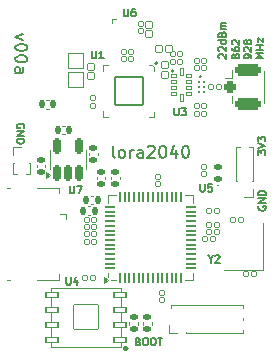
<source format=gto>
G04 #@! TF.GenerationSoftware,KiCad,Pcbnew,8.0.3*
G04 #@! TF.CreationDate,2024-06-18T15:01:00-07:00*
G04 #@! TF.ProjectId,lora2040,6c6f7261-3230-4343-902e-6b696361645f,rev?*
G04 #@! TF.SameCoordinates,Original*
G04 #@! TF.FileFunction,Legend,Top*
G04 #@! TF.FilePolarity,Positive*
%FSLAX46Y46*%
G04 Gerber Fmt 4.6, Leading zero omitted, Abs format (unit mm)*
G04 Created by KiCad (PCBNEW 8.0.3) date 2024-06-18 15:01:00*
%MOMM*%
%LPD*%
G01*
G04 APERTURE LIST*
G04 Aperture macros list*
%AMRoundRect*
0 Rectangle with rounded corners*
0 $1 Rounding radius*
0 $2 $3 $4 $5 $6 $7 $8 $9 X,Y pos of 4 corners*
0 Add a 4 corners polygon primitive as box body*
4,1,4,$2,$3,$4,$5,$6,$7,$8,$9,$2,$3,0*
0 Add four circle primitives for the rounded corners*
1,1,$1+$1,$2,$3*
1,1,$1+$1,$4,$5*
1,1,$1+$1,$6,$7*
1,1,$1+$1,$8,$9*
0 Add four rect primitives between the rounded corners*
20,1,$1+$1,$2,$3,$4,$5,0*
20,1,$1+$1,$4,$5,$6,$7,0*
20,1,$1+$1,$6,$7,$8,$9,0*
20,1,$1+$1,$8,$9,$2,$3,0*%
G04 Aperture macros list end*
%ADD10C,0.177800*%
%ADD11C,0.127000*%
%ADD12C,0.163500*%
%ADD13C,0.120000*%
%ADD14C,0.151600*%
%ADD15C,0.100000*%
%ADD16C,0.250000*%
%ADD17C,0.190500*%
%ADD18C,0.152400*%
%ADD19RoundRect,0.025000X-0.175000X0.175000X-0.175000X-0.175000X0.175000X-0.175000X0.175000X0.175000X0*%
%ADD20RoundRect,0.025000X0.175000X-0.175000X0.175000X0.175000X-0.175000X0.175000X-0.175000X-0.175000X0*%
%ADD21RoundRect,0.025000X-0.250000X0.125000X-0.250000X-0.125000X0.250000X-0.125000X0.250000X0.125000X0*%
%ADD22RoundRect,0.025000X-0.150000X-0.300000X0.150000X-0.300000X0.150000X0.300000X-0.150000X0.300000X0*%
%ADD23RoundRect,0.140000X-0.170000X0.140000X-0.170000X-0.140000X0.170000X-0.140000X0.170000X0.140000X0*%
%ADD24R,0.850000X0.850000*%
%ADD25O,0.850000X0.850000*%
%ADD26RoundRect,0.025000X0.175000X0.175000X-0.175000X0.175000X-0.175000X-0.175000X0.175000X-0.175000X0*%
%ADD27RoundRect,0.025000X-0.275000X0.275000X-0.275000X-0.275000X0.275000X-0.275000X0.275000X0.275000X0*%
%ADD28RoundRect,0.140000X-0.140000X-0.170000X0.140000X-0.170000X0.140000X0.170000X-0.140000X0.170000X0*%
%ADD29RoundRect,0.250000X-0.275000X-0.250000X0.275000X-0.250000X0.275000X0.250000X-0.275000X0.250000X0*%
%ADD30RoundRect,0.250000X-0.850000X-0.275000X0.850000X-0.275000X0.850000X0.275000X-0.850000X0.275000X0*%
%ADD31RoundRect,0.140000X0.170000X-0.140000X0.170000X0.140000X-0.170000X0.140000X-0.170000X-0.140000X0*%
%ADD32RoundRect,0.062500X-0.062500X-0.062500X0.062500X-0.062500X0.062500X0.062500X-0.062500X0.062500X0*%
%ADD33R,0.800000X0.900000*%
%ADD34R,1.200000X1.400000*%
%ADD35RoundRect,0.025000X0.275000X-0.275000X0.275000X0.275000X-0.275000X0.275000X-0.275000X-0.275000X0*%
%ADD36RoundRect,0.063500X0.525000X0.225000X-0.525000X0.225000X-0.525000X-0.225000X0.525000X-0.225000X0*%
%ADD37RoundRect,0.063500X-1.050000X1.050000X-1.050000X-1.050000X1.050000X-1.050000X1.050000X1.050000X0*%
%ADD38RoundRect,0.025000X-0.175000X-0.175000X0.175000X-0.175000X0.175000X0.175000X-0.175000X0.175000X0*%
%ADD39RoundRect,0.140000X0.140000X0.170000X-0.140000X0.170000X-0.140000X-0.170000X0.140000X-0.170000X0*%
%ADD40RoundRect,0.025000X-0.275000X-0.275000X0.275000X-0.275000X0.275000X0.275000X-0.275000X0.275000X0*%
%ADD41RoundRect,0.050000X0.650000X-0.650000X0.650000X0.650000X-0.650000X0.650000X-0.650000X-0.650000X0*%
%ADD42RoundRect,0.135000X0.185000X-0.135000X0.185000X0.135000X-0.185000X0.135000X-0.185000X-0.135000X0*%
%ADD43RoundRect,0.050000X0.050000X-0.387500X0.050000X0.387500X-0.050000X0.387500X-0.050000X-0.387500X0*%
%ADD44RoundRect,0.050000X0.387500X-0.050000X0.387500X0.050000X-0.387500X0.050000X-0.387500X-0.050000X0*%
%ADD45R,3.200000X3.200000*%
%ADD46RoundRect,0.025000X-0.247487X0.000000X0.000000X-0.247487X0.247487X0.000000X0.000000X0.247487X0*%
%ADD47R,1.350000X0.400000*%
%ADD48O,1.900000X1.200000*%
%ADD49R,1.900000X1.200000*%
%ADD50C,1.450000*%
%ADD51R,1.900000X1.500000*%
%ADD52O,0.400000X0.900000*%
%ADD53O,0.900000X0.400000*%
%ADD54RoundRect,0.062500X-1.187500X1.187500X-1.187500X-1.187500X1.187500X-1.187500X1.187500X1.187500X0*%
%ADD55RoundRect,0.135000X-0.185000X0.135000X-0.185000X-0.135000X0.185000X-0.135000X0.185000X0.135000X0*%
%ADD56RoundRect,0.150000X0.150000X-0.512500X0.150000X0.512500X-0.150000X0.512500X-0.150000X-0.512500X0*%
%ADD57RoundRect,0.147500X0.172500X-0.147500X0.172500X0.147500X-0.172500X0.147500X-0.172500X-0.147500X0*%
G04 APERTURE END LIST*
D10*
X141884400Y-95202774D02*
X141787638Y-95154394D01*
X141787638Y-95154394D02*
X141739257Y-95057632D01*
X141739257Y-95057632D02*
X141739257Y-94186774D01*
X142416590Y-95202774D02*
X142319828Y-95154394D01*
X142319828Y-95154394D02*
X142271447Y-95106013D01*
X142271447Y-95106013D02*
X142223066Y-95009251D01*
X142223066Y-95009251D02*
X142223066Y-94718965D01*
X142223066Y-94718965D02*
X142271447Y-94622203D01*
X142271447Y-94622203D02*
X142319828Y-94573822D01*
X142319828Y-94573822D02*
X142416590Y-94525441D01*
X142416590Y-94525441D02*
X142561733Y-94525441D01*
X142561733Y-94525441D02*
X142658495Y-94573822D01*
X142658495Y-94573822D02*
X142706876Y-94622203D01*
X142706876Y-94622203D02*
X142755257Y-94718965D01*
X142755257Y-94718965D02*
X142755257Y-95009251D01*
X142755257Y-95009251D02*
X142706876Y-95106013D01*
X142706876Y-95106013D02*
X142658495Y-95154394D01*
X142658495Y-95154394D02*
X142561733Y-95202774D01*
X142561733Y-95202774D02*
X142416590Y-95202774D01*
X143190685Y-95202774D02*
X143190685Y-94525441D01*
X143190685Y-94718965D02*
X143239066Y-94622203D01*
X143239066Y-94622203D02*
X143287447Y-94573822D01*
X143287447Y-94573822D02*
X143384209Y-94525441D01*
X143384209Y-94525441D02*
X143480971Y-94525441D01*
X144255066Y-95202774D02*
X144255066Y-94670584D01*
X144255066Y-94670584D02*
X144206685Y-94573822D01*
X144206685Y-94573822D02*
X144109923Y-94525441D01*
X144109923Y-94525441D02*
X143916399Y-94525441D01*
X143916399Y-94525441D02*
X143819637Y-94573822D01*
X144255066Y-95154394D02*
X144158304Y-95202774D01*
X144158304Y-95202774D02*
X143916399Y-95202774D01*
X143916399Y-95202774D02*
X143819637Y-95154394D01*
X143819637Y-95154394D02*
X143771256Y-95057632D01*
X143771256Y-95057632D02*
X143771256Y-94960870D01*
X143771256Y-94960870D02*
X143819637Y-94864108D01*
X143819637Y-94864108D02*
X143916399Y-94815727D01*
X143916399Y-94815727D02*
X144158304Y-94815727D01*
X144158304Y-94815727D02*
X144255066Y-94767346D01*
X144690494Y-94283536D02*
X144738875Y-94235155D01*
X144738875Y-94235155D02*
X144835637Y-94186774D01*
X144835637Y-94186774D02*
X145077542Y-94186774D01*
X145077542Y-94186774D02*
X145174304Y-94235155D01*
X145174304Y-94235155D02*
X145222685Y-94283536D01*
X145222685Y-94283536D02*
X145271066Y-94380298D01*
X145271066Y-94380298D02*
X145271066Y-94477060D01*
X145271066Y-94477060D02*
X145222685Y-94622203D01*
X145222685Y-94622203D02*
X144642113Y-95202774D01*
X144642113Y-95202774D02*
X145271066Y-95202774D01*
X145900018Y-94186774D02*
X145996780Y-94186774D01*
X145996780Y-94186774D02*
X146093542Y-94235155D01*
X146093542Y-94235155D02*
X146141923Y-94283536D01*
X146141923Y-94283536D02*
X146190304Y-94380298D01*
X146190304Y-94380298D02*
X146238685Y-94573822D01*
X146238685Y-94573822D02*
X146238685Y-94815727D01*
X146238685Y-94815727D02*
X146190304Y-95009251D01*
X146190304Y-95009251D02*
X146141923Y-95106013D01*
X146141923Y-95106013D02*
X146093542Y-95154394D01*
X146093542Y-95154394D02*
X145996780Y-95202774D01*
X145996780Y-95202774D02*
X145900018Y-95202774D01*
X145900018Y-95202774D02*
X145803256Y-95154394D01*
X145803256Y-95154394D02*
X145754875Y-95106013D01*
X145754875Y-95106013D02*
X145706494Y-95009251D01*
X145706494Y-95009251D02*
X145658113Y-94815727D01*
X145658113Y-94815727D02*
X145658113Y-94573822D01*
X145658113Y-94573822D02*
X145706494Y-94380298D01*
X145706494Y-94380298D02*
X145754875Y-94283536D01*
X145754875Y-94283536D02*
X145803256Y-94235155D01*
X145803256Y-94235155D02*
X145900018Y-94186774D01*
X147109542Y-94525441D02*
X147109542Y-95202774D01*
X146867637Y-94138394D02*
X146625732Y-94864108D01*
X146625732Y-94864108D02*
X147254685Y-94864108D01*
X147835256Y-94186774D02*
X147932018Y-94186774D01*
X147932018Y-94186774D02*
X148028780Y-94235155D01*
X148028780Y-94235155D02*
X148077161Y-94283536D01*
X148077161Y-94283536D02*
X148125542Y-94380298D01*
X148125542Y-94380298D02*
X148173923Y-94573822D01*
X148173923Y-94573822D02*
X148173923Y-94815727D01*
X148173923Y-94815727D02*
X148125542Y-95009251D01*
X148125542Y-95009251D02*
X148077161Y-95106013D01*
X148077161Y-95106013D02*
X148028780Y-95154394D01*
X148028780Y-95154394D02*
X147932018Y-95202774D01*
X147932018Y-95202774D02*
X147835256Y-95202774D01*
X147835256Y-95202774D02*
X147738494Y-95154394D01*
X147738494Y-95154394D02*
X147690113Y-95106013D01*
X147690113Y-95106013D02*
X147641732Y-95009251D01*
X147641732Y-95009251D02*
X147593351Y-94815727D01*
X147593351Y-94815727D02*
X147593351Y-94573822D01*
X147593351Y-94573822D02*
X147641732Y-94380298D01*
X147641732Y-94380298D02*
X147690113Y-94283536D01*
X147690113Y-94283536D02*
X147738494Y-94235155D01*
X147738494Y-94235155D02*
X147835256Y-94186774D01*
D11*
X154073122Y-99305438D02*
X154042884Y-99365914D01*
X154042884Y-99365914D02*
X154042884Y-99456628D01*
X154042884Y-99456628D02*
X154073122Y-99547343D01*
X154073122Y-99547343D02*
X154133598Y-99607819D01*
X154133598Y-99607819D02*
X154194074Y-99638057D01*
X154194074Y-99638057D02*
X154315026Y-99668295D01*
X154315026Y-99668295D02*
X154405741Y-99668295D01*
X154405741Y-99668295D02*
X154526693Y-99638057D01*
X154526693Y-99638057D02*
X154587169Y-99607819D01*
X154587169Y-99607819D02*
X154647646Y-99547343D01*
X154647646Y-99547343D02*
X154677884Y-99456628D01*
X154677884Y-99456628D02*
X154677884Y-99396152D01*
X154677884Y-99396152D02*
X154647646Y-99305438D01*
X154647646Y-99305438D02*
X154617407Y-99275200D01*
X154617407Y-99275200D02*
X154405741Y-99275200D01*
X154405741Y-99275200D02*
X154405741Y-99396152D01*
X154677884Y-99003057D02*
X154042884Y-99003057D01*
X154042884Y-99003057D02*
X154677884Y-98640200D01*
X154677884Y-98640200D02*
X154042884Y-98640200D01*
X154677884Y-98337819D02*
X154042884Y-98337819D01*
X154042884Y-98337819D02*
X154042884Y-98186629D01*
X154042884Y-98186629D02*
X154073122Y-98095914D01*
X154073122Y-98095914D02*
X154133598Y-98035438D01*
X154133598Y-98035438D02*
X154194074Y-98005200D01*
X154194074Y-98005200D02*
X154315026Y-97974962D01*
X154315026Y-97974962D02*
X154405741Y-97974962D01*
X154405741Y-97974962D02*
X154526693Y-98005200D01*
X154526693Y-98005200D02*
X154587169Y-98035438D01*
X154587169Y-98035438D02*
X154647646Y-98095914D01*
X154647646Y-98095914D02*
X154677884Y-98186629D01*
X154677884Y-98186629D02*
X154677884Y-98337819D01*
X134191477Y-92667761D02*
X134221715Y-92607285D01*
X134221715Y-92607285D02*
X134221715Y-92516571D01*
X134221715Y-92516571D02*
X134191477Y-92425856D01*
X134191477Y-92425856D02*
X134131001Y-92365380D01*
X134131001Y-92365380D02*
X134070525Y-92335142D01*
X134070525Y-92335142D02*
X133949573Y-92304904D01*
X133949573Y-92304904D02*
X133858858Y-92304904D01*
X133858858Y-92304904D02*
X133737906Y-92335142D01*
X133737906Y-92335142D02*
X133677430Y-92365380D01*
X133677430Y-92365380D02*
X133616954Y-92425856D01*
X133616954Y-92425856D02*
X133586715Y-92516571D01*
X133586715Y-92516571D02*
X133586715Y-92577047D01*
X133586715Y-92577047D02*
X133616954Y-92667761D01*
X133616954Y-92667761D02*
X133647192Y-92697999D01*
X133647192Y-92697999D02*
X133858858Y-92697999D01*
X133858858Y-92697999D02*
X133858858Y-92577047D01*
X133586715Y-92970142D02*
X134221715Y-92970142D01*
X134221715Y-92970142D02*
X133586715Y-93332999D01*
X133586715Y-93332999D02*
X134221715Y-93332999D01*
X133586715Y-93635380D02*
X134221715Y-93635380D01*
X134221715Y-93635380D02*
X134221715Y-93786570D01*
X134221715Y-93786570D02*
X134191477Y-93877285D01*
X134191477Y-93877285D02*
X134131001Y-93937761D01*
X134131001Y-93937761D02*
X134070525Y-93967999D01*
X134070525Y-93967999D02*
X133949573Y-93998237D01*
X133949573Y-93998237D02*
X133858858Y-93998237D01*
X133858858Y-93998237D02*
X133737906Y-93967999D01*
X133737906Y-93967999D02*
X133677430Y-93937761D01*
X133677430Y-93937761D02*
X133616954Y-93877285D01*
X133616954Y-93877285D02*
X133586715Y-93786570D01*
X133586715Y-93786570D02*
X133586715Y-93635380D01*
X143880209Y-110758865D02*
X143970923Y-110789103D01*
X143970923Y-110789103D02*
X144001161Y-110819341D01*
X144001161Y-110819341D02*
X144031399Y-110879817D01*
X144031399Y-110879817D02*
X144031399Y-110970531D01*
X144031399Y-110970531D02*
X144001161Y-111031007D01*
X144001161Y-111031007D02*
X143970923Y-111061246D01*
X143970923Y-111061246D02*
X143910447Y-111091484D01*
X143910447Y-111091484D02*
X143668542Y-111091484D01*
X143668542Y-111091484D02*
X143668542Y-110456484D01*
X143668542Y-110456484D02*
X143880209Y-110456484D01*
X143880209Y-110456484D02*
X143940685Y-110486722D01*
X143940685Y-110486722D02*
X143970923Y-110516960D01*
X143970923Y-110516960D02*
X144001161Y-110577436D01*
X144001161Y-110577436D02*
X144001161Y-110637912D01*
X144001161Y-110637912D02*
X143970923Y-110698388D01*
X143970923Y-110698388D02*
X143940685Y-110728626D01*
X143940685Y-110728626D02*
X143880209Y-110758865D01*
X143880209Y-110758865D02*
X143668542Y-110758865D01*
X144424494Y-110456484D02*
X144545447Y-110456484D01*
X144545447Y-110456484D02*
X144605923Y-110486722D01*
X144605923Y-110486722D02*
X144666399Y-110547198D01*
X144666399Y-110547198D02*
X144696637Y-110668150D01*
X144696637Y-110668150D02*
X144696637Y-110879817D01*
X144696637Y-110879817D02*
X144666399Y-111000769D01*
X144666399Y-111000769D02*
X144605923Y-111061246D01*
X144605923Y-111061246D02*
X144545447Y-111091484D01*
X144545447Y-111091484D02*
X144424494Y-111091484D01*
X144424494Y-111091484D02*
X144364018Y-111061246D01*
X144364018Y-111061246D02*
X144303542Y-111000769D01*
X144303542Y-111000769D02*
X144273304Y-110879817D01*
X144273304Y-110879817D02*
X144273304Y-110668150D01*
X144273304Y-110668150D02*
X144303542Y-110547198D01*
X144303542Y-110547198D02*
X144364018Y-110486722D01*
X144364018Y-110486722D02*
X144424494Y-110456484D01*
X145089732Y-110456484D02*
X145210685Y-110456484D01*
X145210685Y-110456484D02*
X145271161Y-110486722D01*
X145271161Y-110486722D02*
X145331637Y-110547198D01*
X145331637Y-110547198D02*
X145361875Y-110668150D01*
X145361875Y-110668150D02*
X145361875Y-110879817D01*
X145361875Y-110879817D02*
X145331637Y-111000769D01*
X145331637Y-111000769D02*
X145271161Y-111061246D01*
X145271161Y-111061246D02*
X145210685Y-111091484D01*
X145210685Y-111091484D02*
X145089732Y-111091484D01*
X145089732Y-111091484D02*
X145029256Y-111061246D01*
X145029256Y-111061246D02*
X144968780Y-111000769D01*
X144968780Y-111000769D02*
X144938542Y-110879817D01*
X144938542Y-110879817D02*
X144938542Y-110668150D01*
X144938542Y-110668150D02*
X144968780Y-110547198D01*
X144968780Y-110547198D02*
X145029256Y-110486722D01*
X145029256Y-110486722D02*
X145089732Y-110456484D01*
X145543304Y-110456484D02*
X145906161Y-110456484D01*
X145724732Y-111091484D02*
X145724732Y-110456484D01*
X150725160Y-86765095D02*
X150694922Y-86734857D01*
X150694922Y-86734857D02*
X150664684Y-86674381D01*
X150664684Y-86674381D02*
X150664684Y-86523190D01*
X150664684Y-86523190D02*
X150694922Y-86462714D01*
X150694922Y-86462714D02*
X150725160Y-86432476D01*
X150725160Y-86432476D02*
X150785636Y-86402238D01*
X150785636Y-86402238D02*
X150846112Y-86402238D01*
X150846112Y-86402238D02*
X150936826Y-86432476D01*
X150936826Y-86432476D02*
X151299684Y-86795333D01*
X151299684Y-86795333D02*
X151299684Y-86402238D01*
X150725160Y-86160333D02*
X150694922Y-86130095D01*
X150694922Y-86130095D02*
X150664684Y-86069619D01*
X150664684Y-86069619D02*
X150664684Y-85918428D01*
X150664684Y-85918428D02*
X150694922Y-85857952D01*
X150694922Y-85857952D02*
X150725160Y-85827714D01*
X150725160Y-85827714D02*
X150785636Y-85797476D01*
X150785636Y-85797476D02*
X150846112Y-85797476D01*
X150846112Y-85797476D02*
X150936826Y-85827714D01*
X150936826Y-85827714D02*
X151299684Y-86190571D01*
X151299684Y-86190571D02*
X151299684Y-85797476D01*
X151299684Y-85253190D02*
X150664684Y-85253190D01*
X151269446Y-85253190D02*
X151299684Y-85313666D01*
X151299684Y-85313666D02*
X151299684Y-85434619D01*
X151299684Y-85434619D02*
X151269446Y-85495095D01*
X151269446Y-85495095D02*
X151239207Y-85525333D01*
X151239207Y-85525333D02*
X151178731Y-85555571D01*
X151178731Y-85555571D02*
X150997303Y-85555571D01*
X150997303Y-85555571D02*
X150936826Y-85525333D01*
X150936826Y-85525333D02*
X150906588Y-85495095D01*
X150906588Y-85495095D02*
X150876350Y-85434619D01*
X150876350Y-85434619D02*
X150876350Y-85313666D01*
X150876350Y-85313666D02*
X150906588Y-85253190D01*
X150967065Y-84739142D02*
X150997303Y-84648428D01*
X150997303Y-84648428D02*
X151027541Y-84618190D01*
X151027541Y-84618190D02*
X151088017Y-84587952D01*
X151088017Y-84587952D02*
X151178731Y-84587952D01*
X151178731Y-84587952D02*
X151239207Y-84618190D01*
X151239207Y-84618190D02*
X151269446Y-84648428D01*
X151269446Y-84648428D02*
X151299684Y-84708904D01*
X151299684Y-84708904D02*
X151299684Y-84950809D01*
X151299684Y-84950809D02*
X150664684Y-84950809D01*
X150664684Y-84950809D02*
X150664684Y-84739142D01*
X150664684Y-84739142D02*
X150694922Y-84678666D01*
X150694922Y-84678666D02*
X150725160Y-84648428D01*
X150725160Y-84648428D02*
X150785636Y-84618190D01*
X150785636Y-84618190D02*
X150846112Y-84618190D01*
X150846112Y-84618190D02*
X150906588Y-84648428D01*
X150906588Y-84648428D02*
X150936826Y-84678666D01*
X150936826Y-84678666D02*
X150967065Y-84739142D01*
X150967065Y-84739142D02*
X150967065Y-84950809D01*
X151299684Y-84315809D02*
X150876350Y-84315809D01*
X150936826Y-84315809D02*
X150906588Y-84285571D01*
X150906588Y-84285571D02*
X150876350Y-84225095D01*
X150876350Y-84225095D02*
X150876350Y-84134380D01*
X150876350Y-84134380D02*
X150906588Y-84073904D01*
X150906588Y-84073904D02*
X150967065Y-84043666D01*
X150967065Y-84043666D02*
X151299684Y-84043666D01*
X150967065Y-84043666D02*
X150906588Y-84013428D01*
X150906588Y-84013428D02*
X150876350Y-83952952D01*
X150876350Y-83952952D02*
X150876350Y-83862238D01*
X150876350Y-83862238D02*
X150906588Y-83801761D01*
X150906588Y-83801761D02*
X150967065Y-83771523D01*
X150967065Y-83771523D02*
X151299684Y-83771523D01*
D10*
X134150758Y-84741657D02*
X133473425Y-84983562D01*
X133473425Y-84983562D02*
X134150758Y-85225467D01*
X134489425Y-85806038D02*
X134489425Y-85902800D01*
X134489425Y-85902800D02*
X134441044Y-85999562D01*
X134441044Y-85999562D02*
X134392663Y-86047943D01*
X134392663Y-86047943D02*
X134295901Y-86096324D01*
X134295901Y-86096324D02*
X134102377Y-86144705D01*
X134102377Y-86144705D02*
X133860472Y-86144705D01*
X133860472Y-86144705D02*
X133666948Y-86096324D01*
X133666948Y-86096324D02*
X133570186Y-86047943D01*
X133570186Y-86047943D02*
X133521806Y-85999562D01*
X133521806Y-85999562D02*
X133473425Y-85902800D01*
X133473425Y-85902800D02*
X133473425Y-85806038D01*
X133473425Y-85806038D02*
X133521806Y-85709276D01*
X133521806Y-85709276D02*
X133570186Y-85660895D01*
X133570186Y-85660895D02*
X133666948Y-85612514D01*
X133666948Y-85612514D02*
X133860472Y-85564133D01*
X133860472Y-85564133D02*
X134102377Y-85564133D01*
X134102377Y-85564133D02*
X134295901Y-85612514D01*
X134295901Y-85612514D02*
X134392663Y-85660895D01*
X134392663Y-85660895D02*
X134441044Y-85709276D01*
X134441044Y-85709276D02*
X134489425Y-85806038D01*
X134489425Y-86773657D02*
X134489425Y-86870419D01*
X134489425Y-86870419D02*
X134441044Y-86967181D01*
X134441044Y-86967181D02*
X134392663Y-87015562D01*
X134392663Y-87015562D02*
X134295901Y-87063943D01*
X134295901Y-87063943D02*
X134102377Y-87112324D01*
X134102377Y-87112324D02*
X133860472Y-87112324D01*
X133860472Y-87112324D02*
X133666948Y-87063943D01*
X133666948Y-87063943D02*
X133570186Y-87015562D01*
X133570186Y-87015562D02*
X133521806Y-86967181D01*
X133521806Y-86967181D02*
X133473425Y-86870419D01*
X133473425Y-86870419D02*
X133473425Y-86773657D01*
X133473425Y-86773657D02*
X133521806Y-86676895D01*
X133521806Y-86676895D02*
X133570186Y-86628514D01*
X133570186Y-86628514D02*
X133666948Y-86580133D01*
X133666948Y-86580133D02*
X133860472Y-86531752D01*
X133860472Y-86531752D02*
X134102377Y-86531752D01*
X134102377Y-86531752D02*
X134295901Y-86580133D01*
X134295901Y-86580133D02*
X134392663Y-86628514D01*
X134392663Y-86628514D02*
X134441044Y-86676895D01*
X134441044Y-86676895D02*
X134489425Y-86773657D01*
X133473425Y-87983181D02*
X134005615Y-87983181D01*
X134005615Y-87983181D02*
X134102377Y-87934800D01*
X134102377Y-87934800D02*
X134150758Y-87838038D01*
X134150758Y-87838038D02*
X134150758Y-87644514D01*
X134150758Y-87644514D02*
X134102377Y-87547752D01*
X133521806Y-87983181D02*
X133473425Y-87886419D01*
X133473425Y-87886419D02*
X133473425Y-87644514D01*
X133473425Y-87644514D02*
X133521806Y-87547752D01*
X133521806Y-87547752D02*
X133618567Y-87499371D01*
X133618567Y-87499371D02*
X133715329Y-87499371D01*
X133715329Y-87499371D02*
X133812091Y-87547752D01*
X133812091Y-87547752D02*
X133860472Y-87644514D01*
X133860472Y-87644514D02*
X133860472Y-87886419D01*
X133860472Y-87886419D02*
X133908853Y-87983181D01*
D11*
X153992084Y-94948733D02*
X153992084Y-94555638D01*
X153992084Y-94555638D02*
X154233988Y-94767305D01*
X154233988Y-94767305D02*
X154233988Y-94676590D01*
X154233988Y-94676590D02*
X154264226Y-94616114D01*
X154264226Y-94616114D02*
X154294465Y-94585876D01*
X154294465Y-94585876D02*
X154354941Y-94555638D01*
X154354941Y-94555638D02*
X154506131Y-94555638D01*
X154506131Y-94555638D02*
X154566607Y-94585876D01*
X154566607Y-94585876D02*
X154596846Y-94616114D01*
X154596846Y-94616114D02*
X154627084Y-94676590D01*
X154627084Y-94676590D02*
X154627084Y-94858019D01*
X154627084Y-94858019D02*
X154596846Y-94918495D01*
X154596846Y-94918495D02*
X154566607Y-94948733D01*
X153992084Y-94374209D02*
X154627084Y-94162543D01*
X154627084Y-94162543D02*
X153992084Y-93950876D01*
X153992084Y-93799685D02*
X153992084Y-93406590D01*
X153992084Y-93406590D02*
X154233988Y-93618257D01*
X154233988Y-93618257D02*
X154233988Y-93527542D01*
X154233988Y-93527542D02*
X154264226Y-93467066D01*
X154264226Y-93467066D02*
X154294465Y-93436828D01*
X154294465Y-93436828D02*
X154354941Y-93406590D01*
X154354941Y-93406590D02*
X154506131Y-93406590D01*
X154506131Y-93406590D02*
X154566607Y-93436828D01*
X154566607Y-93436828D02*
X154596846Y-93467066D01*
X154596846Y-93467066D02*
X154627084Y-93527542D01*
X154627084Y-93527542D02*
X154627084Y-93708971D01*
X154627084Y-93708971D02*
X154596846Y-93769447D01*
X154596846Y-93769447D02*
X154566607Y-93799685D01*
X152067198Y-86669543D02*
X152036960Y-86730019D01*
X152036960Y-86730019D02*
X152006722Y-86760257D01*
X152006722Y-86760257D02*
X151946246Y-86790495D01*
X151946246Y-86790495D02*
X151916008Y-86790495D01*
X151916008Y-86790495D02*
X151855532Y-86760257D01*
X151855532Y-86760257D02*
X151825294Y-86730019D01*
X151825294Y-86730019D02*
X151795056Y-86669543D01*
X151795056Y-86669543D02*
X151795056Y-86548590D01*
X151795056Y-86548590D02*
X151825294Y-86488114D01*
X151825294Y-86488114D02*
X151855532Y-86457876D01*
X151855532Y-86457876D02*
X151916008Y-86427638D01*
X151916008Y-86427638D02*
X151946246Y-86427638D01*
X151946246Y-86427638D02*
X152006722Y-86457876D01*
X152006722Y-86457876D02*
X152036960Y-86488114D01*
X152036960Y-86488114D02*
X152067198Y-86548590D01*
X152067198Y-86548590D02*
X152067198Y-86669543D01*
X152067198Y-86669543D02*
X152097437Y-86730019D01*
X152097437Y-86730019D02*
X152127675Y-86760257D01*
X152127675Y-86760257D02*
X152188151Y-86790495D01*
X152188151Y-86790495D02*
X152309103Y-86790495D01*
X152309103Y-86790495D02*
X152369579Y-86760257D01*
X152369579Y-86760257D02*
X152399818Y-86730019D01*
X152399818Y-86730019D02*
X152430056Y-86669543D01*
X152430056Y-86669543D02*
X152430056Y-86548590D01*
X152430056Y-86548590D02*
X152399818Y-86488114D01*
X152399818Y-86488114D02*
X152369579Y-86457876D01*
X152369579Y-86457876D02*
X152309103Y-86427638D01*
X152309103Y-86427638D02*
X152188151Y-86427638D01*
X152188151Y-86427638D02*
X152127675Y-86457876D01*
X152127675Y-86457876D02*
X152097437Y-86488114D01*
X152097437Y-86488114D02*
X152067198Y-86548590D01*
X151795056Y-85883352D02*
X151795056Y-86004305D01*
X151795056Y-86004305D02*
X151825294Y-86064781D01*
X151825294Y-86064781D02*
X151855532Y-86095019D01*
X151855532Y-86095019D02*
X151946246Y-86155495D01*
X151946246Y-86155495D02*
X152067198Y-86185733D01*
X152067198Y-86185733D02*
X152309103Y-86185733D01*
X152309103Y-86185733D02*
X152369579Y-86155495D01*
X152369579Y-86155495D02*
X152399818Y-86125257D01*
X152399818Y-86125257D02*
X152430056Y-86064781D01*
X152430056Y-86064781D02*
X152430056Y-85943828D01*
X152430056Y-85943828D02*
X152399818Y-85883352D01*
X152399818Y-85883352D02*
X152369579Y-85853114D01*
X152369579Y-85853114D02*
X152309103Y-85822876D01*
X152309103Y-85822876D02*
X152157913Y-85822876D01*
X152157913Y-85822876D02*
X152097437Y-85853114D01*
X152097437Y-85853114D02*
X152067198Y-85883352D01*
X152067198Y-85883352D02*
X152036960Y-85943828D01*
X152036960Y-85943828D02*
X152036960Y-86064781D01*
X152036960Y-86064781D02*
X152067198Y-86125257D01*
X152067198Y-86125257D02*
X152097437Y-86155495D01*
X152097437Y-86155495D02*
X152157913Y-86185733D01*
X151855532Y-85580971D02*
X151825294Y-85550733D01*
X151825294Y-85550733D02*
X151795056Y-85490257D01*
X151795056Y-85490257D02*
X151795056Y-85339066D01*
X151795056Y-85339066D02*
X151825294Y-85278590D01*
X151825294Y-85278590D02*
X151855532Y-85248352D01*
X151855532Y-85248352D02*
X151916008Y-85218114D01*
X151916008Y-85218114D02*
X151976484Y-85218114D01*
X151976484Y-85218114D02*
X152067198Y-85248352D01*
X152067198Y-85248352D02*
X152430056Y-85611209D01*
X152430056Y-85611209D02*
X152430056Y-85218114D01*
X153452370Y-86730019D02*
X153452370Y-86609067D01*
X153452370Y-86609067D02*
X153422132Y-86548590D01*
X153422132Y-86548590D02*
X153391893Y-86518352D01*
X153391893Y-86518352D02*
X153301179Y-86457876D01*
X153301179Y-86457876D02*
X153180227Y-86427638D01*
X153180227Y-86427638D02*
X152938322Y-86427638D01*
X152938322Y-86427638D02*
X152877846Y-86457876D01*
X152877846Y-86457876D02*
X152847608Y-86488114D01*
X152847608Y-86488114D02*
X152817370Y-86548590D01*
X152817370Y-86548590D02*
X152817370Y-86669543D01*
X152817370Y-86669543D02*
X152847608Y-86730019D01*
X152847608Y-86730019D02*
X152877846Y-86760257D01*
X152877846Y-86760257D02*
X152938322Y-86790495D01*
X152938322Y-86790495D02*
X153089512Y-86790495D01*
X153089512Y-86790495D02*
X153149989Y-86760257D01*
X153149989Y-86760257D02*
X153180227Y-86730019D01*
X153180227Y-86730019D02*
X153210465Y-86669543D01*
X153210465Y-86669543D02*
X153210465Y-86548590D01*
X153210465Y-86548590D02*
X153180227Y-86488114D01*
X153180227Y-86488114D02*
X153149989Y-86457876D01*
X153149989Y-86457876D02*
X153089512Y-86427638D01*
X152877846Y-86185733D02*
X152847608Y-86155495D01*
X152847608Y-86155495D02*
X152817370Y-86095019D01*
X152817370Y-86095019D02*
X152817370Y-85943828D01*
X152817370Y-85943828D02*
X152847608Y-85883352D01*
X152847608Y-85883352D02*
X152877846Y-85853114D01*
X152877846Y-85853114D02*
X152938322Y-85822876D01*
X152938322Y-85822876D02*
X152998798Y-85822876D01*
X152998798Y-85822876D02*
X153089512Y-85853114D01*
X153089512Y-85853114D02*
X153452370Y-86215971D01*
X153452370Y-86215971D02*
X153452370Y-85822876D01*
X153089512Y-85460019D02*
X153059274Y-85520495D01*
X153059274Y-85520495D02*
X153029036Y-85550733D01*
X153029036Y-85550733D02*
X152968560Y-85580971D01*
X152968560Y-85580971D02*
X152938322Y-85580971D01*
X152938322Y-85580971D02*
X152877846Y-85550733D01*
X152877846Y-85550733D02*
X152847608Y-85520495D01*
X152847608Y-85520495D02*
X152817370Y-85460019D01*
X152817370Y-85460019D02*
X152817370Y-85339066D01*
X152817370Y-85339066D02*
X152847608Y-85278590D01*
X152847608Y-85278590D02*
X152877846Y-85248352D01*
X152877846Y-85248352D02*
X152938322Y-85218114D01*
X152938322Y-85218114D02*
X152968560Y-85218114D01*
X152968560Y-85218114D02*
X153029036Y-85248352D01*
X153029036Y-85248352D02*
X153059274Y-85278590D01*
X153059274Y-85278590D02*
X153089512Y-85339066D01*
X153089512Y-85339066D02*
X153089512Y-85460019D01*
X153089512Y-85460019D02*
X153119751Y-85520495D01*
X153119751Y-85520495D02*
X153149989Y-85550733D01*
X153149989Y-85550733D02*
X153210465Y-85580971D01*
X153210465Y-85580971D02*
X153331417Y-85580971D01*
X153331417Y-85580971D02*
X153391893Y-85550733D01*
X153391893Y-85550733D02*
X153422132Y-85520495D01*
X153422132Y-85520495D02*
X153452370Y-85460019D01*
X153452370Y-85460019D02*
X153452370Y-85339066D01*
X153452370Y-85339066D02*
X153422132Y-85278590D01*
X153422132Y-85278590D02*
X153391893Y-85248352D01*
X153391893Y-85248352D02*
X153331417Y-85218114D01*
X153331417Y-85218114D02*
X153210465Y-85218114D01*
X153210465Y-85218114D02*
X153149989Y-85248352D01*
X153149989Y-85248352D02*
X153119751Y-85278590D01*
X153119751Y-85278590D02*
X153089512Y-85339066D01*
X154474684Y-86760257D02*
X153839684Y-86760257D01*
X153839684Y-86760257D02*
X154293255Y-86548590D01*
X154293255Y-86548590D02*
X153839684Y-86336924D01*
X153839684Y-86336924D02*
X154474684Y-86336924D01*
X154474684Y-86034543D02*
X153839684Y-86034543D01*
X154142065Y-86034543D02*
X154142065Y-85671686D01*
X154474684Y-85671686D02*
X153839684Y-85671686D01*
X154051350Y-85429781D02*
X154051350Y-85097162D01*
X154051350Y-85097162D02*
X154474684Y-85429781D01*
X154474684Y-85429781D02*
X154474684Y-85097162D01*
X146919742Y-90974684D02*
X146919742Y-91488731D01*
X146919742Y-91488731D02*
X146949980Y-91549207D01*
X146949980Y-91549207D02*
X146980218Y-91579446D01*
X146980218Y-91579446D02*
X147040694Y-91609684D01*
X147040694Y-91609684D02*
X147161647Y-91609684D01*
X147161647Y-91609684D02*
X147222123Y-91579446D01*
X147222123Y-91579446D02*
X147252361Y-91549207D01*
X147252361Y-91549207D02*
X147282599Y-91488731D01*
X147282599Y-91488731D02*
X147282599Y-90974684D01*
X147524504Y-90974684D02*
X147917599Y-90974684D01*
X147917599Y-90974684D02*
X147705932Y-91216588D01*
X147705932Y-91216588D02*
X147796647Y-91216588D01*
X147796647Y-91216588D02*
X147857123Y-91246826D01*
X147857123Y-91246826D02*
X147887361Y-91277065D01*
X147887361Y-91277065D02*
X147917599Y-91337541D01*
X147917599Y-91337541D02*
X147917599Y-91488731D01*
X147917599Y-91488731D02*
X147887361Y-91549207D01*
X147887361Y-91549207D02*
X147857123Y-91579446D01*
X147857123Y-91579446D02*
X147796647Y-91609684D01*
X147796647Y-91609684D02*
X147615218Y-91609684D01*
X147615218Y-91609684D02*
X147554742Y-91579446D01*
X147554742Y-91579446D02*
X147524504Y-91549207D01*
X142645190Y-82583159D02*
X142645190Y-83097206D01*
X142645190Y-83097206D02*
X142675428Y-83157682D01*
X142675428Y-83157682D02*
X142705666Y-83187921D01*
X142705666Y-83187921D02*
X142766142Y-83218159D01*
X142766142Y-83218159D02*
X142887095Y-83218159D01*
X142887095Y-83218159D02*
X142947571Y-83187921D01*
X142947571Y-83187921D02*
X142977809Y-83157682D01*
X142977809Y-83157682D02*
X143008047Y-83097206D01*
X143008047Y-83097206D02*
X143008047Y-82583159D01*
X143582571Y-82583159D02*
X143461618Y-82583159D01*
X143461618Y-82583159D02*
X143401142Y-82613397D01*
X143401142Y-82613397D02*
X143370904Y-82643635D01*
X143370904Y-82643635D02*
X143310428Y-82734349D01*
X143310428Y-82734349D02*
X143280190Y-82855301D01*
X143280190Y-82855301D02*
X143280190Y-83097206D01*
X143280190Y-83097206D02*
X143310428Y-83157682D01*
X143310428Y-83157682D02*
X143340666Y-83187921D01*
X143340666Y-83187921D02*
X143401142Y-83218159D01*
X143401142Y-83218159D02*
X143522095Y-83218159D01*
X143522095Y-83218159D02*
X143582571Y-83187921D01*
X143582571Y-83187921D02*
X143612809Y-83157682D01*
X143612809Y-83157682D02*
X143643047Y-83097206D01*
X143643047Y-83097206D02*
X143643047Y-82946016D01*
X143643047Y-82946016D02*
X143612809Y-82885540D01*
X143612809Y-82885540D02*
X143582571Y-82855301D01*
X143582571Y-82855301D02*
X143522095Y-82825063D01*
X143522095Y-82825063D02*
X143401142Y-82825063D01*
X143401142Y-82825063D02*
X143340666Y-82855301D01*
X143340666Y-82855301D02*
X143310428Y-82885540D01*
X143310428Y-82885540D02*
X143280190Y-82946016D01*
X150014818Y-103769178D02*
X150014818Y-104071559D01*
X149803152Y-103436559D02*
X150014818Y-103769178D01*
X150014818Y-103769178D02*
X150226485Y-103436559D01*
X150407914Y-103497035D02*
X150438152Y-103466797D01*
X150438152Y-103466797D02*
X150498628Y-103436559D01*
X150498628Y-103436559D02*
X150649819Y-103436559D01*
X150649819Y-103436559D02*
X150710295Y-103466797D01*
X150710295Y-103466797D02*
X150740533Y-103497035D01*
X150740533Y-103497035D02*
X150770771Y-103557511D01*
X150770771Y-103557511D02*
X150770771Y-103617987D01*
X150770771Y-103617987D02*
X150740533Y-103708701D01*
X150740533Y-103708701D02*
X150377676Y-104071559D01*
X150377676Y-104071559D02*
X150770771Y-104071559D01*
X137775742Y-105325684D02*
X137775742Y-105839731D01*
X137775742Y-105839731D02*
X137805980Y-105900207D01*
X137805980Y-105900207D02*
X137836218Y-105930446D01*
X137836218Y-105930446D02*
X137896694Y-105960684D01*
X137896694Y-105960684D02*
X138017647Y-105960684D01*
X138017647Y-105960684D02*
X138078123Y-105930446D01*
X138078123Y-105930446D02*
X138108361Y-105900207D01*
X138108361Y-105900207D02*
X138138599Y-105839731D01*
X138138599Y-105839731D02*
X138138599Y-105325684D01*
X138713123Y-105537350D02*
X138713123Y-105960684D01*
X138561932Y-105295446D02*
X138410742Y-105749017D01*
X138410742Y-105749017D02*
X138803837Y-105749017D01*
X149122190Y-97442159D02*
X149122190Y-97956206D01*
X149122190Y-97956206D02*
X149152428Y-98016682D01*
X149152428Y-98016682D02*
X149182666Y-98046921D01*
X149182666Y-98046921D02*
X149243142Y-98077159D01*
X149243142Y-98077159D02*
X149364095Y-98077159D01*
X149364095Y-98077159D02*
X149424571Y-98046921D01*
X149424571Y-98046921D02*
X149454809Y-98016682D01*
X149454809Y-98016682D02*
X149485047Y-97956206D01*
X149485047Y-97956206D02*
X149485047Y-97442159D01*
X150089809Y-97442159D02*
X149787428Y-97442159D01*
X149787428Y-97442159D02*
X149757190Y-97744540D01*
X149757190Y-97744540D02*
X149787428Y-97714301D01*
X149787428Y-97714301D02*
X149847904Y-97684063D01*
X149847904Y-97684063D02*
X149999095Y-97684063D01*
X149999095Y-97684063D02*
X150059571Y-97714301D01*
X150059571Y-97714301D02*
X150089809Y-97744540D01*
X150089809Y-97744540D02*
X150120047Y-97805016D01*
X150120047Y-97805016D02*
X150120047Y-97956206D01*
X150120047Y-97956206D02*
X150089809Y-98016682D01*
X150089809Y-98016682D02*
X150059571Y-98046921D01*
X150059571Y-98046921D02*
X149999095Y-98077159D01*
X149999095Y-98077159D02*
X149847904Y-98077159D01*
X149847904Y-98077159D02*
X149787428Y-98046921D01*
X149787428Y-98046921D02*
X149757190Y-98016682D01*
X139934742Y-86148684D02*
X139934742Y-86662731D01*
X139934742Y-86662731D02*
X139964980Y-86723207D01*
X139964980Y-86723207D02*
X139995218Y-86753446D01*
X139995218Y-86753446D02*
X140055694Y-86783684D01*
X140055694Y-86783684D02*
X140176647Y-86783684D01*
X140176647Y-86783684D02*
X140237123Y-86753446D01*
X140237123Y-86753446D02*
X140267361Y-86723207D01*
X140267361Y-86723207D02*
X140297599Y-86662731D01*
X140297599Y-86662731D02*
X140297599Y-86148684D01*
X140932599Y-86783684D02*
X140569742Y-86783684D01*
X140751170Y-86783684D02*
X140751170Y-86148684D01*
X140751170Y-86148684D02*
X140690694Y-86239398D01*
X140690694Y-86239398D02*
X140630218Y-86299874D01*
X140630218Y-86299874D02*
X140569742Y-86330112D01*
X138073190Y-97569159D02*
X138073190Y-98083206D01*
X138073190Y-98083206D02*
X138103428Y-98143682D01*
X138103428Y-98143682D02*
X138133666Y-98173921D01*
X138133666Y-98173921D02*
X138194142Y-98204159D01*
X138194142Y-98204159D02*
X138315095Y-98204159D01*
X138315095Y-98204159D02*
X138375571Y-98173921D01*
X138375571Y-98173921D02*
X138405809Y-98143682D01*
X138405809Y-98143682D02*
X138436047Y-98083206D01*
X138436047Y-98083206D02*
X138436047Y-97569159D01*
X138677952Y-97569159D02*
X139101285Y-97569159D01*
X139101285Y-97569159D02*
X138829142Y-98204159D01*
D12*
X146856650Y-87877000D02*
G75*
G02*
X146693150Y-87877000I-81750J0D01*
G01*
X146693150Y-87877000D02*
G75*
G02*
X146856650Y-87877000I81750J0D01*
G01*
D13*
X140364000Y-96788664D02*
X140364000Y-97004336D01*
X141084000Y-96788664D02*
X141084000Y-97004336D01*
X133290000Y-94311000D02*
X133985000Y-94311000D01*
X133290000Y-94996000D02*
X133290000Y-94311000D01*
X133290000Y-95681000D02*
X133290000Y-96556000D01*
X133290000Y-95681000D02*
X133376724Y-95681000D01*
X133290000Y-96556000D02*
X133590507Y-96556000D01*
X134379493Y-96556000D02*
X134680000Y-96556000D01*
X134593276Y-95681000D02*
X134680000Y-95681000D01*
X134680000Y-95681000D02*
X134680000Y-96556000D01*
X139600164Y-99302500D02*
X139815836Y-99302500D01*
X139600164Y-100022500D02*
X139815836Y-100022500D01*
X151832900Y-87802000D02*
X151832900Y-88442000D01*
X151832900Y-88442000D02*
X151202900Y-88442000D01*
X151832900Y-90602000D02*
X151832900Y-89962000D01*
X154552900Y-87852000D02*
X154552900Y-90552000D01*
X139721000Y-94976836D02*
X139721000Y-94761164D01*
X140441000Y-94976836D02*
X140441000Y-94761164D01*
X141575200Y-96793164D02*
X141575200Y-97008836D01*
X142295200Y-96793164D02*
X142295200Y-97008836D01*
D14*
X149187246Y-88353886D02*
G75*
G02*
X149035646Y-88353886I-75800J0D01*
G01*
X149035646Y-88353886D02*
G75*
G02*
X149187246Y-88353886I75800J0D01*
G01*
D13*
X141628969Y-83409865D02*
X141628969Y-83789865D01*
X142012969Y-83409865D02*
X141628969Y-83409865D01*
X151139000Y-104741000D02*
X154439000Y-104741000D01*
X154439000Y-104741000D02*
X154439000Y-100741000D01*
D15*
X136446000Y-106212000D02*
X142446000Y-106212000D01*
X136446000Y-111212000D02*
X136446000Y-106212000D01*
X142446000Y-106212000D02*
X142446000Y-111212000D01*
X142446000Y-111212000D02*
X136446000Y-111212000D01*
D16*
X142946000Y-111342000D02*
G75*
G02*
X142696000Y-111342000I-125000J0D01*
G01*
X142696000Y-111342000D02*
G75*
G02*
X142946000Y-111342000I125000J0D01*
G01*
D13*
X139854164Y-98413500D02*
X140069836Y-98413500D01*
X139854164Y-99133500D02*
X140069836Y-99133500D01*
X135276000Y-95777164D02*
X135276000Y-95992836D01*
X135996000Y-95777164D02*
X135996000Y-95992836D01*
X146508000Y-110057000D02*
X146508000Y-109347000D01*
X146633000Y-107637000D02*
X152753000Y-107637000D01*
X146633000Y-107952507D02*
X146633000Y-107637000D01*
X147193000Y-110057000D02*
X146508000Y-110057000D01*
X147878000Y-110057000D02*
X147878000Y-109955276D01*
X147878000Y-110057000D02*
X152753000Y-110057000D01*
X152753000Y-107952507D02*
X152753000Y-107637000D01*
X152753000Y-108952507D02*
X152753000Y-108741493D01*
X152753000Y-110057000D02*
X152753000Y-109741493D01*
X152162200Y-97184000D02*
X152162200Y-94309000D01*
X152248924Y-97184000D02*
X152162200Y-97184000D01*
X152462707Y-94309000D02*
X152162200Y-94309000D01*
X153552200Y-94309000D02*
X153251693Y-94309000D01*
X153552200Y-97184000D02*
X153465476Y-97184000D01*
X153552200Y-97184000D02*
X153552200Y-94309000D01*
X153552200Y-97869000D02*
X153552200Y-98554000D01*
X153552200Y-98554000D02*
X152857200Y-98554000D01*
X137648836Y-92477000D02*
X137433164Y-92477000D01*
X137648836Y-93197000D02*
X137433164Y-93197000D01*
X144273000Y-109371641D02*
X144273000Y-109064359D01*
X145033000Y-109371641D02*
X145033000Y-109064359D01*
X136064164Y-90318000D02*
X136279836Y-90318000D01*
X136064164Y-91038000D02*
X136279836Y-91038000D01*
X141302000Y-98347000D02*
X141952000Y-98347000D01*
X141302000Y-98997000D02*
X141302000Y-98347000D01*
X141302000Y-104917000D02*
X141302000Y-105267000D01*
X141952000Y-105567000D02*
X141542000Y-105567000D01*
X148522000Y-98347000D02*
X147872000Y-98347000D01*
X148522000Y-98997000D02*
X148522000Y-98347000D01*
X148522000Y-104917000D02*
X148522000Y-105567000D01*
X148522000Y-105567000D02*
X147872000Y-105567000D01*
X141302000Y-105567000D02*
X140972000Y-105807000D01*
X140972000Y-105327000D01*
X141302000Y-105567000D01*
G36*
X141302000Y-105567000D02*
G01*
X140972000Y-105807000D01*
X140972000Y-105327000D01*
X141302000Y-105567000D01*
G37*
X132780600Y-97730000D02*
X133030600Y-97730000D01*
X132780600Y-105530000D02*
X133030600Y-105530000D01*
X135330600Y-97730000D02*
X137180600Y-97730000D01*
X135330600Y-105530000D02*
X137180600Y-105530000D01*
X137180600Y-97730000D02*
X137180600Y-98180000D01*
X137180600Y-105530000D02*
X137180600Y-105080000D01*
X137730600Y-99930000D02*
X137280600Y-99930000D01*
X137730600Y-99930000D02*
X137730600Y-100380000D01*
D15*
X140849900Y-87352000D02*
X141349900Y-87352000D01*
X140849900Y-87852000D02*
X140849900Y-87352000D01*
X140849900Y-91752000D02*
X140849900Y-91252000D01*
X140849900Y-91752000D02*
X141349900Y-91752000D01*
X144749900Y-87352000D02*
X145049900Y-87352000D01*
X144749900Y-91752000D02*
X145249900Y-91752000D01*
X145049900Y-87352000D02*
X145249900Y-87552000D01*
X145249900Y-87852000D02*
X145249900Y-87552000D01*
X145249900Y-91752000D02*
X145249900Y-91302000D01*
D17*
X145495150Y-87202000D02*
G75*
G02*
X145304650Y-87202000I-95250J0D01*
G01*
X145304650Y-87202000D02*
G75*
G02*
X145495150Y-87202000I95250J0D01*
G01*
D13*
X143130000Y-109064359D02*
X143130000Y-109371641D01*
X143890000Y-109064359D02*
X143890000Y-109371641D01*
X136362000Y-95377000D02*
X136362000Y-94577000D01*
X136362000Y-95377000D02*
X136362000Y-96177000D01*
X139482000Y-95377000D02*
X139482000Y-94577000D01*
X139482000Y-95377000D02*
X139482000Y-96177000D01*
X136412000Y-96677000D02*
X136082000Y-96917000D01*
X136082000Y-96437000D01*
X136412000Y-96677000D01*
G36*
X136412000Y-96677000D02*
G01*
X136082000Y-96917000D01*
X136082000Y-96437000D01*
X136412000Y-96677000D01*
G37*
D15*
X150672000Y-97573500D02*
G75*
G02*
X150572000Y-97573500I-50000J0D01*
G01*
X150572000Y-97573500D02*
G75*
G02*
X150672000Y-97573500I50000J0D01*
G01*
%LPC*%
D18*
X147334514Y-107126190D02*
X147334514Y-106364190D01*
X147334514Y-106727047D02*
X147769943Y-106727047D01*
X147769943Y-107126190D02*
X147769943Y-106364190D01*
X148277943Y-106364190D02*
X148423086Y-106364190D01*
X148423086Y-106364190D02*
X148495657Y-106400476D01*
X148495657Y-106400476D02*
X148568229Y-106473047D01*
X148568229Y-106473047D02*
X148604514Y-106618190D01*
X148604514Y-106618190D02*
X148604514Y-106872190D01*
X148604514Y-106872190D02*
X148568229Y-107017333D01*
X148568229Y-107017333D02*
X148495657Y-107089905D01*
X148495657Y-107089905D02*
X148423086Y-107126190D01*
X148423086Y-107126190D02*
X148277943Y-107126190D01*
X148277943Y-107126190D02*
X148205372Y-107089905D01*
X148205372Y-107089905D02*
X148132800Y-107017333D01*
X148132800Y-107017333D02*
X148096514Y-106872190D01*
X148096514Y-106872190D02*
X148096514Y-106618190D01*
X148096514Y-106618190D02*
X148132800Y-106473047D01*
X148132800Y-106473047D02*
X148205372Y-106400476D01*
X148205372Y-106400476D02*
X148277943Y-106364190D01*
X149293943Y-107126190D02*
X148931086Y-107126190D01*
X148931086Y-107126190D02*
X148931086Y-106364190D01*
X149910800Y-107126190D02*
X149547943Y-107126190D01*
X149547943Y-107126190D02*
X149547943Y-106364190D01*
X150164800Y-107126190D02*
X150164800Y-106364190D01*
X150527657Y-107126190D02*
X150527657Y-106364190D01*
X150527657Y-106364190D02*
X150709086Y-106364190D01*
X150709086Y-106364190D02*
X150817943Y-106400476D01*
X150817943Y-106400476D02*
X150890514Y-106473047D01*
X150890514Y-106473047D02*
X150926800Y-106545619D01*
X150926800Y-106545619D02*
X150963086Y-106690762D01*
X150963086Y-106690762D02*
X150963086Y-106799619D01*
X150963086Y-106799619D02*
X150926800Y-106944762D01*
X150926800Y-106944762D02*
X150890514Y-107017333D01*
X150890514Y-107017333D02*
X150817943Y-107089905D01*
X150817943Y-107089905D02*
X150709086Y-107126190D01*
X150709086Y-107126190D02*
X150527657Y-107126190D01*
X151253371Y-106908476D02*
X151616229Y-106908476D01*
X151180800Y-107126190D02*
X151434800Y-106364190D01*
X151434800Y-106364190D02*
X151688800Y-107126190D01*
X152087943Y-106763333D02*
X152087943Y-107126190D01*
X151833943Y-106364190D02*
X152087943Y-106763333D01*
X152087943Y-106763333D02*
X152341943Y-106364190D01*
G36*
X152202900Y-88262000D02*
G01*
X154292900Y-88262000D01*
X154292900Y-90142000D01*
X152202900Y-90142000D01*
X152202900Y-88262000D01*
G37*
D19*
X148849900Y-87002000D03*
X148849900Y-87602000D03*
D20*
X145912000Y-107247490D03*
X145912000Y-106647500D03*
D21*
X146899900Y-88302000D03*
X146899900Y-88802000D03*
X146899900Y-89302000D03*
X146899900Y-89802000D03*
D22*
X147549900Y-90127000D03*
D21*
X148199900Y-89802000D03*
X148199900Y-89302000D03*
X148199900Y-88802000D03*
X148199900Y-88302000D03*
D22*
X147549900Y-87977000D03*
D19*
X145516600Y-96855000D03*
X145516600Y-97454990D03*
D23*
X140724000Y-96416500D03*
X140724000Y-97376500D03*
D24*
X133985000Y-94996000D03*
D25*
X133985000Y-95996000D03*
D26*
X140008000Y-105410000D03*
X139408000Y-105410000D03*
D19*
X146824900Y-86452000D03*
X146824900Y-87051990D03*
D27*
X144754600Y-83947000D03*
X144754600Y-84747000D03*
D28*
X139228000Y-99662500D03*
X140188000Y-99662500D03*
D29*
X151667900Y-89202000D03*
D30*
X153192900Y-87727000D03*
X153192900Y-90677000D03*
D31*
X140081000Y-95349000D03*
X140081000Y-94389000D03*
D23*
X141935200Y-96421000D03*
X141935200Y-97381000D03*
D26*
X150674900Y-89202000D03*
X150074910Y-89202000D03*
D32*
X149049900Y-88802000D03*
X149049900Y-89202000D03*
X149049900Y-89602000D03*
X149449900Y-89602000D03*
X149449900Y-89202000D03*
X149449900Y-88802000D03*
D19*
X144124000Y-83882000D03*
X144124000Y-84481990D03*
X149449900Y-87002000D03*
X149449900Y-87601990D03*
X140024900Y-90177000D03*
X140024900Y-90776990D03*
D33*
X142198000Y-84009000D03*
X142198000Y-85409000D03*
X143298000Y-85409000D03*
X143298000Y-84009000D03*
D20*
X149449900Y-91452000D03*
X149449900Y-90852010D03*
D26*
X150503000Y-101491500D03*
X149903010Y-101491500D03*
D34*
X153639000Y-103841000D03*
X153639000Y-101641000D03*
X151939000Y-101641000D03*
X151939000Y-103841000D03*
D35*
X139899900Y-88282000D03*
X139899900Y-87482000D03*
D36*
X142296000Y-110617000D03*
X142296000Y-109347000D03*
X142296000Y-108077000D03*
X142296000Y-106807000D03*
X136596000Y-106807000D03*
X136596000Y-108077000D03*
X136596000Y-109347000D03*
X136596000Y-110617000D03*
D37*
X139446000Y-108712000D03*
D28*
X139482000Y-98773500D03*
X140442000Y-98773500D03*
D23*
X135636000Y-95405000D03*
X135636000Y-96365000D03*
D24*
X147193000Y-109347000D03*
D25*
X147193000Y-108347000D03*
X148193000Y-109347000D03*
X148193000Y-108347000D03*
X149193000Y-109347000D03*
X149193000Y-108347000D03*
X150193000Y-109347000D03*
X150193000Y-108347000D03*
X151193000Y-109347000D03*
X151193000Y-108347000D03*
X152193000Y-109347000D03*
X152193000Y-108347000D03*
D24*
X152857200Y-97869000D03*
D25*
X152857200Y-96869000D03*
X152857200Y-95869000D03*
X152857200Y-94869000D03*
D27*
X146124900Y-87352000D03*
X146124900Y-88152000D03*
D20*
X149479000Y-96575500D03*
X149479000Y-95975500D03*
D38*
X142702000Y-86868000D03*
X143302000Y-86868000D03*
D39*
X138021000Y-92837000D03*
X137061000Y-92837000D03*
D26*
X152538990Y-100424500D03*
X151939000Y-100424500D03*
D38*
X139535000Y-101057000D03*
X140135000Y-101057000D03*
D40*
X145650000Y-85979000D03*
X146450000Y-85979000D03*
D38*
X139535000Y-101657000D03*
X140134990Y-101657000D03*
D19*
X148849900Y-90852000D03*
X148849900Y-91452000D03*
D38*
X149903000Y-99695000D03*
X150503000Y-99695000D03*
X142702000Y-86268000D03*
X143301990Y-86268000D03*
D19*
X147424900Y-86452000D03*
X147424900Y-87051990D03*
D41*
X138624900Y-88602000D03*
X138624900Y-87002000D03*
D26*
X150503000Y-100891500D03*
X149903010Y-100891500D03*
D38*
X153039010Y-105056500D03*
X153639000Y-105056500D03*
D42*
X144653000Y-109728000D03*
X144653000Y-108708000D03*
D26*
X150168000Y-102091500D03*
X149568000Y-102091500D03*
D38*
X139535000Y-100457000D03*
X140135000Y-100457000D03*
D28*
X135692000Y-90678000D03*
X136652000Y-90678000D03*
D43*
X142312000Y-105394500D03*
X142712000Y-105394500D03*
X143112000Y-105394500D03*
X143512000Y-105394500D03*
X143912000Y-105394500D03*
X144312000Y-105394500D03*
X144712000Y-105394500D03*
X145112000Y-105394500D03*
X145512000Y-105394500D03*
X145912000Y-105394500D03*
X146312000Y-105394500D03*
X146712000Y-105394500D03*
X147112000Y-105394500D03*
X147512000Y-105394500D03*
D44*
X148349500Y-104557000D03*
X148349500Y-104157000D03*
X148349500Y-103757000D03*
X148349500Y-103357000D03*
X148349500Y-102957000D03*
X148349500Y-102557000D03*
X148349500Y-102157000D03*
X148349500Y-101757000D03*
X148349500Y-101357000D03*
X148349500Y-100957000D03*
X148349500Y-100557000D03*
X148349500Y-100157000D03*
X148349500Y-99757000D03*
X148349500Y-99357000D03*
D43*
X147512000Y-98519500D03*
X147112000Y-98519500D03*
X146712000Y-98519500D03*
X146312000Y-98519500D03*
X145912000Y-98519500D03*
X145512000Y-98519500D03*
X145112000Y-98519500D03*
X144712000Y-98519500D03*
X144312000Y-98519500D03*
X143912000Y-98519500D03*
X143512000Y-98519500D03*
X143112000Y-98519500D03*
X142712000Y-98519500D03*
X142312000Y-98519500D03*
D44*
X141474500Y-99357000D03*
X141474500Y-99757000D03*
X141474500Y-100157000D03*
X141474500Y-100557000D03*
X141474500Y-100957000D03*
X141474500Y-101357000D03*
X141474500Y-101757000D03*
X141474500Y-102157000D03*
X141474500Y-102557000D03*
X141474500Y-102957000D03*
X141474500Y-103357000D03*
X141474500Y-103757000D03*
X141474500Y-104157000D03*
X141474500Y-104557000D03*
D45*
X144912000Y-101957000D03*
D46*
X134830743Y-109811743D03*
X135255000Y-110236000D03*
D47*
X136880600Y-100330000D03*
X136880600Y-100980000D03*
X136880600Y-101630000D03*
X136880600Y-102280000D03*
X136880600Y-102930000D03*
D48*
X134180600Y-98130000D03*
D49*
X134180600Y-98730000D03*
D50*
X136880600Y-99130000D03*
D51*
X134180600Y-100630000D03*
X134180600Y-102630000D03*
D50*
X136880600Y-104130000D03*
D49*
X134180600Y-104530000D03*
D48*
X134180600Y-105130000D03*
D52*
X144299900Y-87652000D03*
X143799900Y-87652000D03*
X143299900Y-87652000D03*
X142799900Y-87652000D03*
X142299900Y-87652000D03*
X141799900Y-87652000D03*
D53*
X141149900Y-88302000D03*
X141149900Y-88802000D03*
X141149900Y-89302000D03*
X141149900Y-89802000D03*
X141149900Y-90302000D03*
X141149900Y-90802000D03*
D52*
X141799900Y-91452000D03*
X142299900Y-91452000D03*
X142799900Y-91452000D03*
X143299900Y-91452000D03*
X143799900Y-91452000D03*
X144299900Y-91452000D03*
D53*
X144949900Y-90802000D03*
X144949900Y-90302000D03*
X144949900Y-89802000D03*
X144949900Y-89302000D03*
X144949900Y-88802000D03*
X144949900Y-88302000D03*
D54*
X143049900Y-89552000D03*
D55*
X143510000Y-108708000D03*
X143510000Y-109728000D03*
D38*
X139535000Y-102329500D03*
X140134990Y-102329500D03*
D56*
X136972000Y-96514500D03*
X137922000Y-96514500D03*
X138872000Y-96514500D03*
X138872000Y-94239500D03*
X136972000Y-94239500D03*
D57*
X150622000Y-96968500D03*
X150622000Y-95998500D03*
%LPD*%
M02*

</source>
